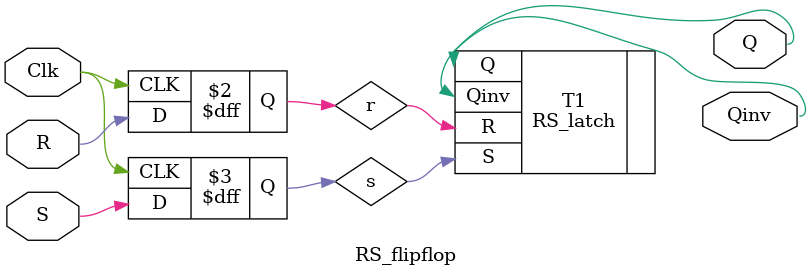
<source format=v>
`timescale 1ns / 1ps
module RS_flipflop(
    input S,
    input R,
    input Clk,
    output Q,
    output Qinv
    );

	//wire nand1, nand2;
	//nand T1(nand1, Clk, S);
	//nand T2(nand2, Clk, R);
	//nand T3(Q, nand1, Qinv);
	//nand T4(Qinv, nand2, Q);
	
	reg r, s;
	
	always @(posedge Clk)
		begin
			r = R;
			s = S;
		end
	RS_latch T1(.R(r), .S(s), .Q(Q), .Qinv(Qinv));
endmodule

</source>
